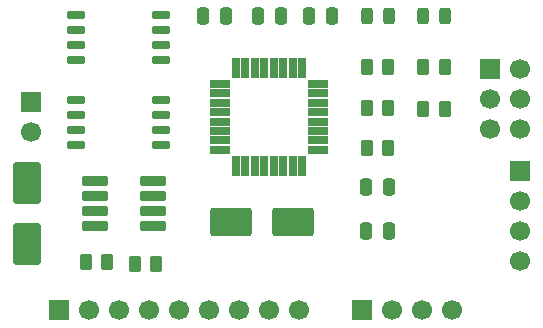
<source format=gbr>
%TF.GenerationSoftware,KiCad,Pcbnew,9.0.5*%
%TF.CreationDate,2025-10-31T14:09:04+09:00*%
%TF.ProjectId,MCU_Datalogger,4d43555f-4461-4746-916c-6f676765722e,1*%
%TF.SameCoordinates,Original*%
%TF.FileFunction,Soldermask,Top*%
%TF.FilePolarity,Negative*%
%FSLAX46Y46*%
G04 Gerber Fmt 4.6, Leading zero omitted, Abs format (unit mm)*
G04 Created by KiCad (PCBNEW 9.0.5) date 2025-10-31 14:09:04*
%MOMM*%
%LPD*%
G01*
G04 APERTURE LIST*
G04 Aperture macros list*
%AMRoundRect*
0 Rectangle with rounded corners*
0 $1 Rounding radius*
0 $2 $3 $4 $5 $6 $7 $8 $9 X,Y pos of 4 corners*
0 Add a 4 corners polygon primitive as box body*
4,1,4,$2,$3,$4,$5,$6,$7,$8,$9,$2,$3,0*
0 Add four circle primitives for the rounded corners*
1,1,$1+$1,$2,$3*
1,1,$1+$1,$4,$5*
1,1,$1+$1,$6,$7*
1,1,$1+$1,$8,$9*
0 Add four rect primitives between the rounded corners*
20,1,$1+$1,$2,$3,$4,$5,0*
20,1,$1+$1,$4,$5,$6,$7,0*
20,1,$1+$1,$6,$7,$8,$9,0*
20,1,$1+$1,$8,$9,$2,$3,0*%
G04 Aperture macros list end*
%ADD10R,1.700000X1.700000*%
%ADD11C,1.700000*%
%ADD12RoundRect,0.099250X-0.987750X-0.297750X0.987750X-0.297750X0.987750X0.297750X-0.987750X0.297750X0*%
%ADD13RoundRect,0.250000X-0.262500X-0.450000X0.262500X-0.450000X0.262500X0.450000X-0.262500X0.450000X0*%
%ADD14RoundRect,0.243750X-0.243750X-0.456250X0.243750X-0.456250X0.243750X0.456250X-0.243750X0.456250X0*%
%ADD15RoundRect,0.150000X-0.650000X-0.150000X0.650000X-0.150000X0.650000X0.150000X-0.650000X0.150000X0*%
%ADD16RoundRect,0.250000X-0.250000X-0.475000X0.250000X-0.475000X0.250000X0.475000X-0.250000X0.475000X0*%
%ADD17RoundRect,0.250000X0.250000X0.475000X-0.250000X0.475000X-0.250000X-0.475000X0.250000X-0.475000X0*%
%ADD18RoundRect,0.250000X0.262500X0.450000X-0.262500X0.450000X-0.262500X-0.450000X0.262500X-0.450000X0*%
%ADD19RoundRect,0.250001X1.499999X0.949999X-1.499999X0.949999X-1.499999X-0.949999X1.499999X-0.949999X0*%
%ADD20RoundRect,0.250001X0.949999X-1.499999X0.949999X1.499999X-0.949999X1.499999X-0.949999X-1.499999X0*%
%ADD21RoundRect,0.094250X-0.742750X-0.282750X0.742750X-0.282750X0.742750X0.282750X-0.742750X0.282750X0*%
%ADD22RoundRect,0.094250X-0.282750X-0.742750X0.282750X-0.742750X0.282750X0.742750X-0.282750X0.742750X0*%
G04 APERTURE END LIST*
D10*
%TO.C,J3*%
X169607000Y-86995000D03*
D11*
X172147000Y-86995000D03*
X174687000Y-86995000D03*
X177227000Y-86995000D03*
%TD*%
D12*
%TO.C,U2*%
X147004000Y-76073000D03*
X147004000Y-77343000D03*
X147004000Y-78613000D03*
X147004000Y-79883000D03*
X151954000Y-79883000D03*
X151954000Y-78613000D03*
X151954000Y-77343000D03*
X151954000Y-76073000D03*
%TD*%
D13*
%TO.C,R7*%
X170054000Y-66421000D03*
X171879000Y-66421000D03*
%TD*%
D10*
%TO.C,BAT1*%
X141605000Y-69337000D03*
D11*
X141605000Y-71877000D03*
%TD*%
D14*
%TO.C,D2*%
X170049000Y-62103000D03*
X171924000Y-62103000D03*
%TD*%
D15*
%TO.C,U1*%
X145424000Y-69215000D03*
X145424000Y-70485000D03*
X145424000Y-71755000D03*
X145424000Y-73025000D03*
X152624000Y-73025000D03*
X152624000Y-71755000D03*
X152624000Y-70485000D03*
X152624000Y-69215000D03*
%TD*%
D16*
%TO.C,C1*%
X156211000Y-62088000D03*
X158111000Y-62088000D03*
%TD*%
D17*
%TO.C,C2*%
X171916500Y-76581000D03*
X170016500Y-76581000D03*
%TD*%
D10*
%TO.C,J4*%
X180457000Y-66548000D03*
D11*
X182997000Y-66548000D03*
X180457000Y-69088000D03*
X182997000Y-69088000D03*
X180457000Y-71628000D03*
X182997000Y-71628000D03*
%TD*%
D18*
%TO.C,R4*%
X171879000Y-69850000D03*
X170054000Y-69850000D03*
%TD*%
D19*
%TO.C,Y2*%
X163763000Y-79502000D03*
X158563000Y-79502000D03*
%TD*%
D16*
%TO.C,C3*%
X160849000Y-62088000D03*
X162749000Y-62088000D03*
%TD*%
D10*
%TO.C,J1*%
X183007000Y-75184000D03*
D11*
X183007000Y-77724000D03*
X183007000Y-80264000D03*
X183007000Y-82804000D03*
%TD*%
D17*
%TO.C,C4*%
X171916500Y-80264000D03*
X170016500Y-80264000D03*
%TD*%
D16*
%TO.C,C5*%
X165167000Y-62088000D03*
X167067000Y-62088000D03*
%TD*%
D15*
%TO.C,U3*%
X145424000Y-61976000D03*
X145424000Y-63246000D03*
X145424000Y-64516000D03*
X145424000Y-65786000D03*
X152624000Y-65786000D03*
X152624000Y-64516000D03*
X152624000Y-63246000D03*
X152624000Y-61976000D03*
%TD*%
D10*
%TO.C,J2*%
X143953000Y-86995000D03*
D11*
X146493000Y-86995000D03*
X149033000Y-86995000D03*
X151573000Y-86995000D03*
X154113000Y-86995000D03*
X156653000Y-86995000D03*
X159193000Y-86995000D03*
X161733000Y-86995000D03*
X164273000Y-86995000D03*
%TD*%
D14*
%TO.C,D1*%
X174827000Y-62103000D03*
X176702000Y-62103000D03*
%TD*%
D20*
%TO.C,Y1*%
X141286000Y-81407000D03*
X141286000Y-76207000D03*
%TD*%
D13*
%TO.C,R6*%
X174832000Y-69977000D03*
X176657000Y-69977000D03*
%TD*%
%TO.C,R1*%
X146239000Y-82931000D03*
X148064000Y-82931000D03*
%TD*%
D18*
%TO.C,R2*%
X152208000Y-83058000D03*
X150383000Y-83058000D03*
%TD*%
%TO.C,R3*%
X171879000Y-73279000D03*
X170054000Y-73279000D03*
%TD*%
%TO.C,R5*%
X176657000Y-66421000D03*
X174832000Y-66421000D03*
%TD*%
D21*
%TO.C,U4*%
X157589500Y-67826000D03*
X157589500Y-68626000D03*
X157589500Y-69426000D03*
X157589500Y-70226000D03*
X157589500Y-71026000D03*
X157589500Y-71826000D03*
X157589500Y-72626000D03*
X157589500Y-73426000D03*
D22*
X158959500Y-74796000D03*
X159759500Y-74796000D03*
X160559500Y-74796000D03*
X161359500Y-74796000D03*
X162159500Y-74796000D03*
X162959500Y-74796000D03*
X163759500Y-74796000D03*
X164559500Y-74796000D03*
D21*
X165929500Y-73426000D03*
X165929500Y-72626000D03*
X165929500Y-71826000D03*
X165929500Y-71026000D03*
X165929500Y-70226000D03*
X165929500Y-69426000D03*
X165929500Y-68626000D03*
X165929500Y-67826000D03*
D22*
X164559500Y-66456000D03*
X163759500Y-66456000D03*
X162959500Y-66456000D03*
X162159500Y-66456000D03*
X161359500Y-66456000D03*
X160559500Y-66456000D03*
X159759500Y-66456000D03*
X158959500Y-66456000D03*
%TD*%
M02*

</source>
